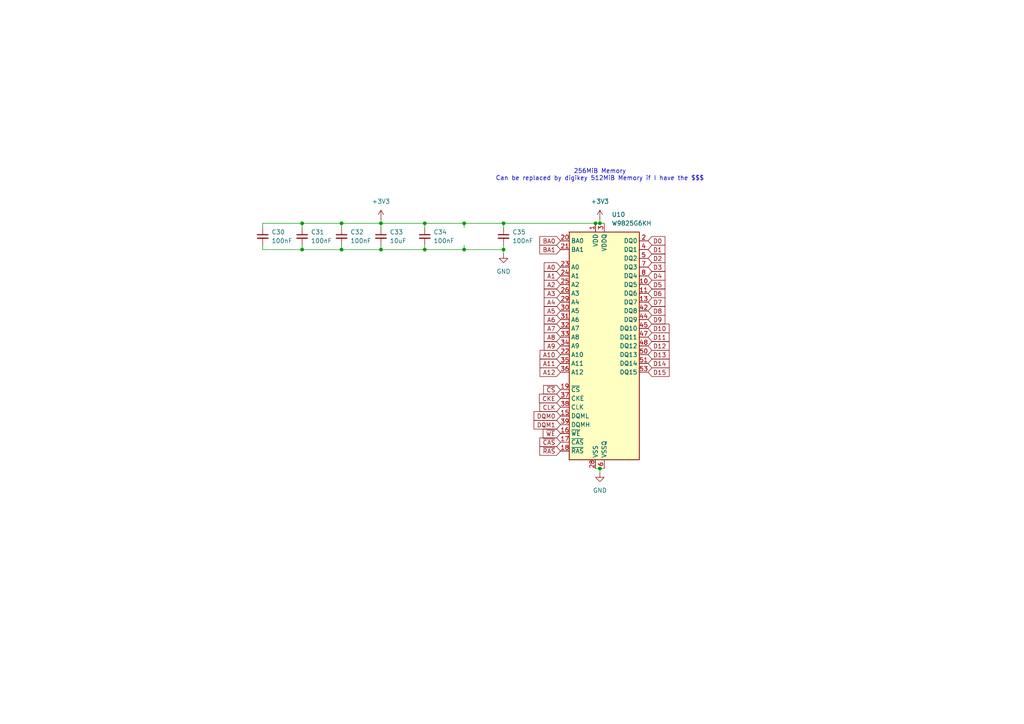
<source format=kicad_sch>
(kicad_sch (version 20250114) (generator "eeschema") (generator_version "9.0")
  (paper "A4")
  (title_block (title "Icepi zero") (date "2025-05-04") (rev "v1") (company "Chengyin Yao (cheyao)") (comment 1 "https://github.com/cheyao/icepi-zero"))
  (lib_symbols
    (symbol "Device:C_Small" (pin_numbers (hide yes)) (pin_names (offset 0.254) (hide yes))
      (property "Reference" "C" (at 0.254 1.778 0))
      (property "Value" "C_Small" (at 0.254 -2.032 0))
      (symbol "C_Small_0_1"
        (polyline (pts (xy -1.524 0.508) (xy 1.524 0.508)) (stroke (width 0.3048)))
        (polyline (pts (xy -1.524 -0.508) (xy 1.524 -0.508)) (stroke (width 0.3302)))
      )
      (symbol "C_Small_1_1"
        (pin passive line (at 0 2.54 270) (length 2.032) (name "~") (number "1"))
        (pin passive line (at 0 -2.54 90) (length 2.032) (name "~") (number "2"))
      )
    )
    (symbol "Memory_RAM:MT48LC16M16A2P"
      (property "Reference" "U" (at -8.89 34.29 0))
      (property "Value" "MT48LC16M16A2P" (at 8.89 34.29 0))
      (symbol "MT48LC16M16A2P_0_1"
        (rectangle (start -10.16 33.02) (end 10.16 -33.02) (stroke (width 0.254)) (fill (type background)))
      )
      (symbol "MT48LC16M16A2P_1_1"
        (pin input line (at -12.7 30.48 0) (length 2.54) (name "BA0") (number "20"))
        (pin input line (at -12.7 27.94 0) (length 2.54) (name "BA1") (number "21"))
        (pin input line (at -12.7 22.86 0) (length 2.54) (name "A0") (number "23"))
        (pin input line (at -12.7 20.32 0) (length 2.54) (name "A1") (number "24"))
        (pin input line (at -12.7 17.78 0) (length 2.54) (name "A2") (number "25"))
        (pin input line (at -12.7 15.24 0) (length 2.54) (name "A3") (number "26"))
        (pin input line (at -12.7 12.7 0) (length 2.54) (name "A4") (number "29"))
        (pin input line (at -12.7 10.16 0) (length 2.54) (name "A5") (number "30"))
        (pin input line (at -12.7 7.62 0) (length 2.54) (name "A6") (number "31"))
        (pin input line (at -12.7 5.08 0) (length 2.54) (name "A7") (number "32"))
        (pin input line (at -12.7 2.54 0) (length 2.54) (name "A8") (number "33"))
        (pin input line (at -12.7 0 0) (length 2.54) (name "A9") (number "34"))
        (pin input line (at -12.7 -2.54 0) (length 2.54) (name "A10") (number "22"))
        (pin input line (at -12.7 -5.08 0) (length 2.54) (name "A11") (number "35"))
        (pin input line (at -12.7 -7.62 0) (length 2.54) (name "A12") (number "36"))
        (pin input line (at -12.7 -12.7 0) (length 2.54) (name "~{CS}") (number "19"))
        (pin input line (at -12.7 -15.24 0) (length 2.54) (name "CKE") (number "37"))
        (pin input line (at -12.7 -17.78 0) (length 2.54) (name "CLK") (number "38"))
        (pin input line (at -12.7 -20.32 0) (length 2.54) (name "DQML") (number "15"))
        (pin input line (at -12.7 -22.86 0) (length 2.54) (name "DQMH") (number "39"))
        (pin input line (at -12.7 -25.4 0) (length 2.54) (name "~{WE}") (number "16"))
        (pin input line (at -12.7 -27.94 0) (length 2.54) (name "~{CAS}") (number "17"))
        (pin input line (at -12.7 -30.48 0) (length 2.54) (name "~{RAS}") (number "18"))
        (pin power_in line (at -2.54 35.56 270) (length 2.54) (name "VDD") (number "1"))
        (pin passive line (at -2.54 35.56 270) (length 2.54) (hide yes) (name "VDD") (number "14"))
        (pin passive line (at -2.54 35.56 270) (length 2.54) (hide yes) (name "VDD") (number "27"))
        (pin power_in line (at -2.54 -35.56 90) (length 2.54) (name "VSS") (number "28"))
        (pin passive line (at -2.54 -35.56 90) (length 2.54) (hide yes) (name "VSS") (number "41"))
        (pin passive line (at -2.54 -35.56 90) (length 2.54) (hide yes) (name "VSS") (number "54"))
        (pin power_in line (at 0 35.56 270) (length 2.54) (name "VDDQ") (number "3"))
        (pin passive line (at 0 35.56 270) (length 2.54) (hide yes) (name "VDDQ") (number "43"))
        (pin passive line (at 0 35.56 270) (length 2.54) (hide yes) (name "VDDQ") (number "49"))
        (pin passive line (at 0 35.56 270) (length 2.54) (hide yes) (name "VDDQ") (number "9"))
        (pin passive line (at 0 -35.56 90) (length 2.54) (hide yes) (name "VSSQ") (number "12"))
        (pin passive line (at 0 -35.56 90) (length 2.54) (hide yes) (name "VSSQ") (number "46"))
        (pin passive line (at 0 -35.56 90) (length 2.54) (hide yes) (name "VSSQ") (number "52"))
        (pin power_in line (at 0 -35.56 90) (length 2.54) (name "VSSQ") (number "6"))
        (pin no_connect line (at 10.16 -20.32 180) (length 2.54) (hide yes) (name "NC") (number "40"))
        (pin bidirectional line (at 12.7 30.48 180) (length 2.54) (name "DQ0") (number "2"))
        (pin bidirectional line (at 12.7 27.94 180) (length 2.54) (name "DQ1") (number "4"))
        (pin bidirectional line (at 12.7 25.4 180) (length 2.54) (name "DQ2") (number "5"))
        (pin bidirectional line (at 12.7 22.86 180) (length 2.54) (name "DQ3") (number "7"))
        (pin bidirectional line (at 12.7 20.32 180) (length 2.54) (name "DQ4") (number "8"))
        (pin bidirectional line (at 12.7 17.78 180) (length 2.54) (name "DQ5") (number "10"))
        (pin bidirectional line (at 12.7 15.24 180) (length 2.54) (name "DQ6") (number "11"))
        (pin bidirectional line (at 12.7 12.7 180) (length 2.54) (name "DQ7") (number "13"))
        (pin bidirectional line (at 12.7 10.16 180) (length 2.54) (name "DQ8") (number "42"))
        (pin bidirectional line (at 12.7 7.62 180) (length 2.54) (name "DQ9") (number "44"))
        (pin bidirectional line (at 12.7 5.08 180) (length 2.54) (name "DQ10") (number "45"))
        (pin bidirectional line (at 12.7 2.54 180) (length 2.54) (name "DQ11") (number "47"))
        (pin bidirectional line (at 12.7 0 180) (length 2.54) (name "DQ12") (number "48"))
        (pin bidirectional line (at 12.7 -2.54 180) (length 2.54) (name "DQ13") (number "50"))
        (pin bidirectional line (at 12.7 -5.08 180) (length 2.54) (name "DQ14") (number "51"))
        (pin bidirectional line (at 12.7 -7.62 180) (length 2.54) (name "DQ15") (number "53"))
      )
    )
    (symbol "power:+3V3" (power) (pin_numbers (hide yes)) (pin_names (offset 0) (hide yes))
      (property "Value" "+3V3" (at 0 3.556 0))
      (symbol "+3V3_0_1"
        (polyline (pts (xy -0.762 1.27) (xy 0 2.54)))
        (polyline (pts (xy 0 2.54) (xy 0.762 1.27)))
        (polyline (pts (xy 0 0) (xy 0 2.54)))
      )
      (symbol "+3V3_1_1"
        (pin power_in line (at 0 0 90) (length 0) (name "~") (number "1"))
      )
    )
    (symbol "power:GND" (power) (pin_numbers (hide yes)) (pin_names (offset 0) (hide yes))
      (property "Value" "GND" (at 0 -3.81 0))
      (symbol "GND_0_1"
        (polyline (pts (xy 0 0) (xy 0 -1.27) (xy 1.27 -1.27) (xy 0 -2.54) (xy -1.27 -1.27) (xy 0 -1.27)))
      )
      (symbol "GND_1_1"
        (pin power_in line (at 0 0 270) (length 0) (name "~") (number "1"))
      )
    )
  )
  (text "256MiB Memory\nCan be replaced by digikey 512MiB Memory if I have the $$$" (at 173.99 50.8 0) (effects (font (size 1.27 1.27))))
  (junction (at 110.49 72.39))
  (junction (at 146.05 64.77))
  (junction (at 123.19 64.77))
  (junction (at 146.05 72.39))
  (junction (at 134.62 72.39))
  (junction (at 134.62 64.77))
  (junction (at 99.06 64.77))
  (junction (at 173.99 135.89))
  (junction (at 172.72 64.77))
  (junction (at 87.63 64.77))
  (junction (at 99.06 72.39))
  (junction (at 87.63 72.39))
  (junction (at 173.99 64.77))
  (junction (at 110.49 64.77))
  (junction (at 123.19 72.39))
  (wire (pts (xy 146.05 64.77) (xy 172.72 64.77)))
  (wire (pts (xy 173.99 63.5) (xy 173.99 64.77)))
  (wire (pts (xy 110.49 72.39) (xy 123.19 72.39)))
  (wire (pts (xy 146.05 73.66) (xy 146.05 72.39)))
  (wire (pts (xy 172.72 135.89) (xy 173.99 135.89)))
  (wire (pts (xy 99.06 64.77) (xy 99.06 66.04)))
  (wire (pts (xy 146.05 64.77) (xy 146.05 66.04)))
  (wire (pts (xy 173.99 135.89) (xy 175.26 135.89)))
  (wire (pts (xy 123.19 64.77) (xy 123.19 66.04)))
  (wire (pts (xy 123.19 64.77) (xy 134.62 64.77)))
  (wire (pts (xy 87.63 64.77) (xy 87.63 66.04)))
  (wire (pts (xy 123.19 71.12) (xy 123.19 72.39)))
  (wire (pts (xy 110.49 72.39) (xy 110.49 71.12)))
  (wire (pts (xy 110.49 63.5) (xy 110.49 64.77)))
  (wire (pts (xy 110.49 64.77) (xy 123.19 64.77)))
  (wire (pts (xy 99.06 72.39) (xy 110.49 72.39)))
  (wire (pts (xy 110.49 64.77) (xy 110.49 66.04)))
  (wire (pts (xy 76.2 64.77) (xy 76.2 66.04)))
  (wire (pts (xy 87.63 64.77) (xy 99.06 64.77)))
  (wire (pts (xy 87.63 71.12) (xy 87.63 72.39)))
  (wire (pts (xy 99.06 64.77) (xy 110.49 64.77)))
  (wire (pts (xy 134.62 64.77) (xy 134.62 66.04)))
  (wire (pts (xy 76.2 64.77) (xy 87.63 64.77)))
  (wire (pts (xy 134.62 72.39) (xy 123.19 72.39)))
  (wire (pts (xy 146.05 71.12) (xy 146.05 72.39)))
  (wire (pts (xy 173.99 137.16) (xy 173.99 135.89)))
  (wire (pts (xy 87.63 72.39) (xy 99.06 72.39)))
  (wire (pts (xy 134.62 72.39) (xy 146.05 72.39)))
  (wire (pts (xy 99.06 71.12) (xy 99.06 72.39)))
  (wire (pts (xy 134.62 71.12) (xy 134.62 72.39)))
  (wire (pts (xy 76.2 72.39) (xy 87.63 72.39)))
  (wire (pts (xy 134.62 64.77) (xy 146.05 64.77)))
  (wire (pts (xy 172.72 64.77) (xy 173.99 64.77)))
  (wire (pts (xy 76.2 71.12) (xy 76.2 72.39)))
  (wire (pts (xy 173.99 64.77) (xy 175.26 64.77)))
  (global_label "A12" (shape input) (at 162.56 107.95 180) (property "Intersheetrefs" "${INTERSHEET_REFS}" (effects (hide yes))))
  (global_label "A2" (shape input) (at 162.56 82.55 180) (property "Intersheetrefs" "${INTERSHEET_REFS}" (effects (hide yes))))
  (global_label "A7" (shape input) (at 162.56 95.25 180) (property "Intersheetrefs" "${INTERSHEET_REFS}" (effects (hide yes))))
  (global_label "A11" (shape input) (at 162.56 105.41 180) (property "Intersheetrefs" "${INTERSHEET_REFS}" (effects (hide yes))))
  (global_label "A0" (shape input) (at 162.56 77.47 180) (property "Intersheetrefs" "${INTERSHEET_REFS}" (effects (hide yes))))
  (global_label "D6" (shape input) (at 187.96 85.09 0) (property "Intersheetrefs" "${INTERSHEET_REFS}" (effects (hide yes))))
  (global_label "D7" (shape input) (at 187.96 87.63 0) (property "Intersheetrefs" "${INTERSHEET_REFS}" (effects (hide yes))))
  (global_label "~{CS}" (shape input) (at 162.56 113.03 180) (property "Intersheetrefs" "${INTERSHEET_REFS}" (effects (hide yes))))
  (global_label "~{RAS}" (shape input) (at 162.56 130.81 180) (property "Intersheetrefs" "${INTERSHEET_REFS}" (effects (hide yes))))
  (global_label "CLK" (shape input) (at 162.56 118.11 180) (property "Intersheetrefs" "${INTERSHEET_REFS}" (effects (hide yes))))
  (global_label "~{CAS}" (shape input) (at 162.56 128.27 180) (property "Intersheetrefs" "${INTERSHEET_REFS}" (effects (hide yes))))
  (global_label "D8" (shape input) (at 187.96 90.17 0) (property "Intersheetrefs" "${INTERSHEET_REFS}" (effects (hide yes))))
  (global_label "A9" (shape input) (at 162.56 100.33 180) (property "Intersheetrefs" "${INTERSHEET_REFS}" (effects (hide yes))))
  (global_label "DQM1" (shape input) (at 162.56 123.19 180) (property "Intersheetrefs" "${INTERSHEET_REFS}" (effects (hide yes))))
  (global_label "D4" (shape input) (at 187.96 80.01 0) (property "Intersheetrefs" "${INTERSHEET_REFS}" (effects (hide yes))))
  (global_label "D3" (shape input) (at 187.96 77.47 0) (property "Intersheetrefs" "${INTERSHEET_REFS}" (effects (hide yes))))
  (global_label "D12" (shape input) (at 187.96 100.33 0) (property "Intersheetrefs" "${INTERSHEET_REFS}" (effects (hide yes))))
  (global_label "D2" (shape input) (at 187.96 74.93 0) (property "Intersheetrefs" "${INTERSHEET_REFS}" (effects (hide yes))))
  (global_label "~{WE}" (shape input) (at 162.56 125.73 180) (property "Intersheetrefs" "${INTERSHEET_REFS}" (effects (hide yes))))
  (global_label "BA1" (shape input) (at 162.56 72.39 180) (property "Intersheetrefs" "${INTERSHEET_REFS}" (effects (hide yes))))
  (global_label "BA0" (shape input) (at 162.56 69.85 180) (property "Intersheetrefs" "${INTERSHEET_REFS}" (effects (hide yes))))
  (global_label "A4" (shape input) (at 162.56 87.63 180) (property "Intersheetrefs" "${INTERSHEET_REFS}" (effects (hide yes))))
  (global_label "D15" (shape input) (at 187.96 107.95 0) (property "Intersheetrefs" "${INTERSHEET_REFS}" (effects (hide yes))))
  (global_label "A8" (shape input) (at 162.56 97.79 180) (property "Intersheetrefs" "${INTERSHEET_REFS}" (effects (hide yes))))
  (global_label "A10" (shape input) (at 162.56 102.87 180) (property "Intersheetrefs" "${INTERSHEET_REFS}" (effects (hide yes))))
  (global_label "A1" (shape input) (at 162.56 80.01 180) (property "Intersheetrefs" "${INTERSHEET_REFS}" (effects (hide yes))))
  (global_label "D0" (shape input) (at 187.96 69.85 0) (property "Intersheetrefs" "${INTERSHEET_REFS}" (effects (hide yes))))
  (global_label "D13" (shape input) (at 187.96 102.87 0) (property "Intersheetrefs" "${INTERSHEET_REFS}" (effects (hide yes))))
  (global_label "A3" (shape input) (at 162.56 85.09 180) (property "Intersheetrefs" "${INTERSHEET_REFS}" (effects (hide yes))))
  (global_label "D1" (shape input) (at 187.96 72.39 0) (property "Intersheetrefs" "${INTERSHEET_REFS}" (effects (hide yes))))
  (global_label "CKE" (shape input) (at 162.56 115.57 180) (property "Intersheetrefs" "${INTERSHEET_REFS}" (effects (hide yes))))
  (global_label "D14" (shape input) (at 187.96 105.41 0) (property "Intersheetrefs" "${INTERSHEET_REFS}" (effects (hide yes))))
  (global_label "DQM0" (shape input) (at 162.56 120.65 180) (property "Intersheetrefs" "${INTERSHEET_REFS}" (effects (hide yes))))
  (global_label "D11" (shape input) (at 187.96 97.79 0) (property "Intersheetrefs" "${INTERSHEET_REFS}" (effects (hide yes))))
  (global_label "D5" (shape input) (at 187.96 82.55 0) (property "Intersheetrefs" "${INTERSHEET_REFS}" (effects (hide yes))))
  (global_label "A5" (shape input) (at 162.56 90.17 180) (property "Intersheetrefs" "${INTERSHEET_REFS}" (effects (hide yes))))
  (global_label "D10" (shape input) (at 187.96 95.25 0) (property "Intersheetrefs" "${INTERSHEET_REFS}" (effects (hide yes))))
  (global_label "A6" (shape input) (at 162.56 92.71 180) (property "Intersheetrefs" "${INTERSHEET_REFS}" (effects (hide yes))))
  (global_label "D9" (shape input) (at 187.96 92.71 0) (property "Intersheetrefs" "${INTERSHEET_REFS}" (effects (hide yes))))
  (symbol (lib_id "power:+3V3") (at 110.49 63.5 0) (unit 1)
    (property "Reference" "#PWR057" (effects (hide yes)))
    (property "Value" "+3V3" (at 110.49 58.42 0))
    (property "Description" "Power symbol creates a global label with name \"+3V3\"" (effects (hide yes)))
  )
  (symbol (lib_id "Device:C_Small") (at 123.19 68.58 0) (unit 1)
    (property "Reference" "C34" (at 125.73 67.3162 0) (effects (justify left)))
    (property "Value" "100nF" (at 125.73 69.8562 0) (effects (justify left)))
    (property "Footprint" "Capacitor_SMD:C_0402_1005Metric" (effects (hide yes)))
    (property "Description" "Unpolarized capacitor, small symbol" (effects (hide yes)))
    (property "JLCPCB Part #" "C307331 " (effects (hide yes)))
  )
  (symbol (lib_id "Device:C_Small") (at 99.06 68.58 0) (unit 1)
    (property "Reference" "C32" (at 101.6 67.3162 0) (effects (justify left)))
    (property "Value" "100nF" (at 101.6 69.8562 0) (effects (justify left)))
    (property "Footprint" "Capacitor_SMD:C_0402_1005Metric" (effects (hide yes)))
    (property "Description" "Unpolarized capacitor, small symbol" (effects (hide yes)))
    (property "JLCPCB Part #" "C307331 " (effects (hide yes)))
  )
  (symbol (lib_id "Device:C_Small") (at 146.05 68.58 0) (unit 1)
    (property "Reference" "C35" (at 148.59 67.3162 0) (effects (justify left)))
    (property "Value" "100nF" (at 148.59 69.8562 0) (effects (justify left)))
    (property "Footprint" "Capacitor_SMD:C_0402_1005Metric" (effects (hide yes)))
    (property "Description" "Unpolarized capacitor, small symbol" (effects (hide yes)))
    (property "JLCPCB Part #" "C307331 " (effects (hide yes)))
  )
  (symbol (lib_id "Memory_RAM:MT48LC16M16A2P") (at 175.26 100.33 0) (unit 1)
    (property "Reference" "U10" (at 177.4033 62.23 0) (effects (justify left)))
    (property "Value" "W9825G6KH" (at 177.4033 64.77 0) (effects (justify left)))
    (property "Footprint" "Package_SO:TSOP-II-54_22.2x10.16mm_P0.8mm" (effects (hide yes)))
    (property "Datasheet" "https://www.micron.com/-/media/client/global/documents/products/data-sheet/dram/256mb_sdr.pdf" (effects (hide yes)))
    (property "Description" "256M – (16M x 16 bit) Synchronous DRAM (SDRAM), TSOP-II-54" (effects (hide yes)))
    (property "JLCPCB Part #" "C62246" (effects (hide yes)))
  )
  (symbol (lib_id "power:GND") (at 173.99 137.16 0) (unit 1)
    (property "Reference" "#PWR060" (effects (hide yes)))
    (property "Value" "GND" (at 173.99 142.24 0))
    (property "Description" "Power symbol creates a global label with name \"GND\" , ground" (effects (hide yes)))
  )
  (symbol (lib_id "Device:C_Small") (at 87.63 68.58 0) (unit 1)
    (property "Reference" "C31" (at 90.17 67.3162 0) (effects (justify left)))
    (property "Value" "100nF" (at 90.17 69.8562 0) (effects (justify left)))
    (property "Footprint" "Capacitor_SMD:C_0402_1005Metric" (effects (hide yes)))
    (property "Description" "Unpolarized capacitor, small symbol" (effects (hide yes)))
    (property "JLCPCB Part #" "C307331 " (effects (hide yes)))
  )
  (symbol (lib_id "power:+3V3") (at 173.99 63.5 0) (unit 1)
    (property "Reference" "#PWR058" (effects (hide yes)))
    (property "Value" "+3V3" (at 173.99 58.42 0))
    (property "Description" "Power symbol creates a global label with name \"+3V3\"" (effects (hide yes)))
  )
  (symbol (lib_id "Device:C_Small") (at 76.2 68.58 0) (unit 1)
    (property "Reference" "C30" (at 78.74 67.3162 0) (effects (justify left)))
    (property "Value" "100nF" (at 78.74 69.8562 0) (effects (justify left)))
    (property "Footprint" "Capacitor_SMD:C_0402_1005Metric" (effects (hide yes)))
    (property "Description" "Unpolarized capacitor, small symbol" (effects (hide yes)))
    (property "JLCPCB Part #" "C307331 " (effects (hide yes)))
  )
  (symbol (lib_id "power:GND") (at 146.05 73.66 0) (unit 1)
    (property "Reference" "#PWR059" (effects (hide yes)))
    (property "Value" "GND" (at 146.05 78.74 0))
    (property "Description" "Power symbol creates a global label with name \"GND\" , ground" (effects (hide yes)))
  )
  (symbol (lib_id "Device:C_Small") (at 110.49 68.58 0) (unit 1)
    (property "Reference" "C33" (at 113.03 67.3162 0) (effects (justify left)))
    (property "Value" "10uF" (at 113.03 69.8562 0) (effects (justify left)))
    (property "Footprint" "Capacitor_SMD:C_0603_1608Metric" (effects (hide yes)))
    (property "Description" "Unpolarized capacitor, small symbol" (effects (hide yes)))
  )
)
</source>
